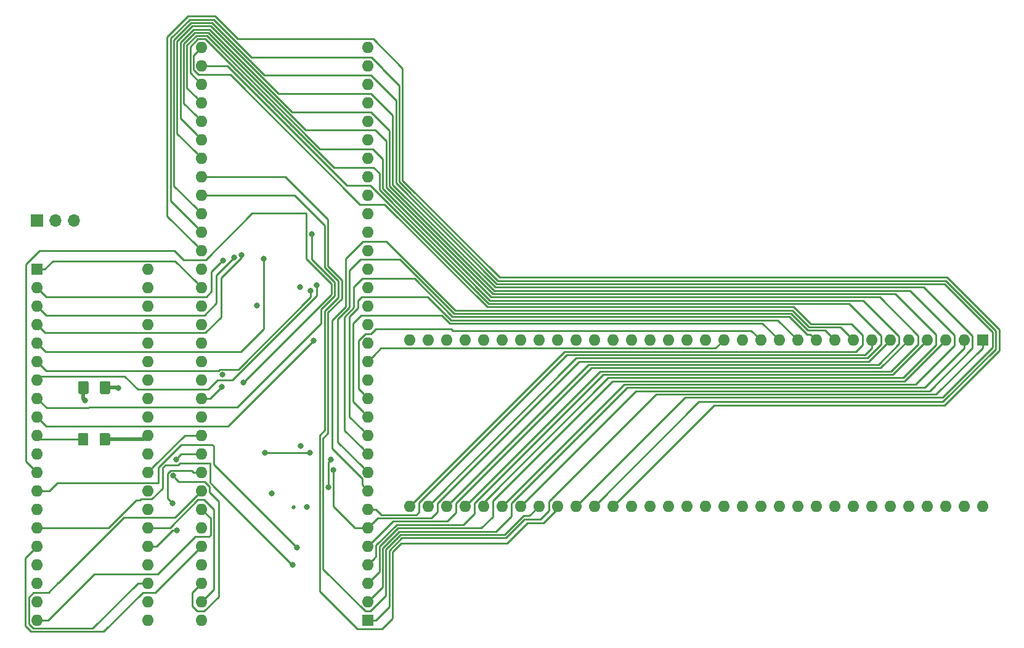
<source format=gtl>
G04 #@! TF.GenerationSoftware,KiCad,Pcbnew,(5.1.5)-3*
G04 #@! TF.CreationDate,2021-09-12T14:11:04+10:00*
G04 #@! TF.ProjectId,CDTV_Reromlocator_v3,43445456-5f52-4657-926f-6d6c6f636174,rev?*
G04 #@! TF.SameCoordinates,Original*
G04 #@! TF.FileFunction,Copper,L1,Top*
G04 #@! TF.FilePolarity,Positive*
%FSLAX46Y46*%
G04 Gerber Fmt 4.6, Leading zero omitted, Abs format (unit mm)*
G04 Created by KiCad (PCBNEW (5.1.5)-3) date 2021-09-12 14:11:04*
%MOMM*%
%LPD*%
G04 APERTURE LIST*
%ADD10R,1.600000X1.600000*%
%ADD11O,1.600000X1.600000*%
%ADD12C,0.100000*%
%ADD13R,1.700000X1.700000*%
%ADD14O,1.700000X1.700000*%
%ADD15C,0.800000*%
%ADD16C,0.500000*%
%ADD17C,0.250000*%
G04 APERTURE END LIST*
D10*
X52182000Y-104540000D03*
D11*
X67422000Y-152800000D03*
X52182000Y-107080000D03*
X67422000Y-150260000D03*
X52182000Y-109620000D03*
X67422000Y-147720000D03*
X52182000Y-112160000D03*
X67422000Y-145180000D03*
X52182000Y-114700000D03*
X67422000Y-142640000D03*
X52182000Y-117240000D03*
X67422000Y-140100000D03*
X52182000Y-119780000D03*
X67422000Y-137560000D03*
X52182000Y-122320000D03*
X67422000Y-135020000D03*
X52182000Y-124860000D03*
X67422000Y-132480000D03*
X52182000Y-127400000D03*
X67422000Y-129940000D03*
X52182000Y-129940000D03*
X67422000Y-127400000D03*
X52182000Y-132480000D03*
X67422000Y-124860000D03*
X52182000Y-135020000D03*
X67422000Y-122320000D03*
X52182000Y-137560000D03*
X67422000Y-119780000D03*
X52182000Y-140100000D03*
X67422000Y-117240000D03*
X52182000Y-142640000D03*
X67422000Y-114700000D03*
X52182000Y-145180000D03*
X67422000Y-112160000D03*
X52182000Y-147720000D03*
X67422000Y-109620000D03*
X52182000Y-150260000D03*
X67422000Y-107080000D03*
X52182000Y-152800000D03*
X67422000Y-104540000D03*
G04 #@! TA.AperFunction,SMDPad,CuDef*
D12*
G36*
X59055504Y-119956204D02*
G01*
X59079773Y-119959804D01*
X59103571Y-119965765D01*
X59126671Y-119974030D01*
X59148849Y-119984520D01*
X59169893Y-119997133D01*
X59189598Y-120011747D01*
X59207777Y-120028223D01*
X59224253Y-120046402D01*
X59238867Y-120066107D01*
X59251480Y-120087151D01*
X59261970Y-120109329D01*
X59270235Y-120132429D01*
X59276196Y-120156227D01*
X59279796Y-120180496D01*
X59281000Y-120205000D01*
X59281000Y-121455000D01*
X59279796Y-121479504D01*
X59276196Y-121503773D01*
X59270235Y-121527571D01*
X59261970Y-121550671D01*
X59251480Y-121572849D01*
X59238867Y-121593893D01*
X59224253Y-121613598D01*
X59207777Y-121631777D01*
X59189598Y-121648253D01*
X59169893Y-121662867D01*
X59148849Y-121675480D01*
X59126671Y-121685970D01*
X59103571Y-121694235D01*
X59079773Y-121700196D01*
X59055504Y-121703796D01*
X59031000Y-121705000D01*
X58106000Y-121705000D01*
X58081496Y-121703796D01*
X58057227Y-121700196D01*
X58033429Y-121694235D01*
X58010329Y-121685970D01*
X57988151Y-121675480D01*
X57967107Y-121662867D01*
X57947402Y-121648253D01*
X57929223Y-121631777D01*
X57912747Y-121613598D01*
X57898133Y-121593893D01*
X57885520Y-121572849D01*
X57875030Y-121550671D01*
X57866765Y-121527571D01*
X57860804Y-121503773D01*
X57857204Y-121479504D01*
X57856000Y-121455000D01*
X57856000Y-120205000D01*
X57857204Y-120180496D01*
X57860804Y-120156227D01*
X57866765Y-120132429D01*
X57875030Y-120109329D01*
X57885520Y-120087151D01*
X57898133Y-120066107D01*
X57912747Y-120046402D01*
X57929223Y-120028223D01*
X57947402Y-120011747D01*
X57967107Y-119997133D01*
X57988151Y-119984520D01*
X58010329Y-119974030D01*
X58033429Y-119965765D01*
X58057227Y-119959804D01*
X58081496Y-119956204D01*
X58106000Y-119955000D01*
X59031000Y-119955000D01*
X59055504Y-119956204D01*
G37*
G04 #@! TD.AperFunction*
G04 #@! TA.AperFunction,SMDPad,CuDef*
G36*
X62030504Y-119956204D02*
G01*
X62054773Y-119959804D01*
X62078571Y-119965765D01*
X62101671Y-119974030D01*
X62123849Y-119984520D01*
X62144893Y-119997133D01*
X62164598Y-120011747D01*
X62182777Y-120028223D01*
X62199253Y-120046402D01*
X62213867Y-120066107D01*
X62226480Y-120087151D01*
X62236970Y-120109329D01*
X62245235Y-120132429D01*
X62251196Y-120156227D01*
X62254796Y-120180496D01*
X62256000Y-120205000D01*
X62256000Y-121455000D01*
X62254796Y-121479504D01*
X62251196Y-121503773D01*
X62245235Y-121527571D01*
X62236970Y-121550671D01*
X62226480Y-121572849D01*
X62213867Y-121593893D01*
X62199253Y-121613598D01*
X62182777Y-121631777D01*
X62164598Y-121648253D01*
X62144893Y-121662867D01*
X62123849Y-121675480D01*
X62101671Y-121685970D01*
X62078571Y-121694235D01*
X62054773Y-121700196D01*
X62030504Y-121703796D01*
X62006000Y-121705000D01*
X61081000Y-121705000D01*
X61056496Y-121703796D01*
X61032227Y-121700196D01*
X61008429Y-121694235D01*
X60985329Y-121685970D01*
X60963151Y-121675480D01*
X60942107Y-121662867D01*
X60922402Y-121648253D01*
X60904223Y-121631777D01*
X60887747Y-121613598D01*
X60873133Y-121593893D01*
X60860520Y-121572849D01*
X60850030Y-121550671D01*
X60841765Y-121527571D01*
X60835804Y-121503773D01*
X60832204Y-121479504D01*
X60831000Y-121455000D01*
X60831000Y-120205000D01*
X60832204Y-120180496D01*
X60835804Y-120156227D01*
X60841765Y-120132429D01*
X60850030Y-120109329D01*
X60860520Y-120087151D01*
X60873133Y-120066107D01*
X60887747Y-120046402D01*
X60904223Y-120028223D01*
X60922402Y-120011747D01*
X60942107Y-119997133D01*
X60963151Y-119984520D01*
X60985329Y-119974030D01*
X61008429Y-119965765D01*
X61032227Y-119959804D01*
X61056496Y-119956204D01*
X61081000Y-119955000D01*
X62006000Y-119955000D01*
X62030504Y-119956204D01*
G37*
G04 #@! TD.AperFunction*
D10*
X97658000Y-152790000D03*
D11*
X74798000Y-74050000D03*
X97658000Y-150250000D03*
X74798000Y-76590000D03*
X97658000Y-147710000D03*
X74798000Y-79130000D03*
X97658000Y-145170000D03*
X74798000Y-81670000D03*
X97658000Y-142630000D03*
X74798000Y-84210000D03*
X97658000Y-140090000D03*
X74798000Y-86750000D03*
X97658000Y-137550000D03*
X74798000Y-89290000D03*
X97658000Y-135010000D03*
X74798000Y-91830000D03*
X97658000Y-132470000D03*
X74798000Y-94370000D03*
X97658000Y-129930000D03*
X74798000Y-96910000D03*
X97658000Y-127390000D03*
X74798000Y-99450000D03*
X97658000Y-124850000D03*
X74798000Y-101990000D03*
X97658000Y-122310000D03*
X74798000Y-104530000D03*
X97658000Y-119770000D03*
X74798000Y-107070000D03*
X97658000Y-117230000D03*
X74798000Y-109610000D03*
X97658000Y-114690000D03*
X74798000Y-112150000D03*
X97658000Y-112150000D03*
X74798000Y-114690000D03*
X97658000Y-109610000D03*
X74798000Y-117230000D03*
X97658000Y-107070000D03*
X74798000Y-119770000D03*
X97658000Y-104530000D03*
X74798000Y-122310000D03*
X97658000Y-101990000D03*
X74798000Y-124850000D03*
X97658000Y-99450000D03*
X74798000Y-127390000D03*
X97658000Y-96910000D03*
X74798000Y-129930000D03*
X97658000Y-94370000D03*
X74798000Y-132470000D03*
X97658000Y-91830000D03*
X74798000Y-135010000D03*
X97658000Y-89290000D03*
X74798000Y-137550000D03*
X97658000Y-86750000D03*
X74798000Y-140090000D03*
X97658000Y-84210000D03*
X74798000Y-142630000D03*
X97658000Y-81670000D03*
X74798000Y-145170000D03*
X97658000Y-79130000D03*
X74798000Y-147710000D03*
X97658000Y-76590000D03*
X74798000Y-150250000D03*
X97658000Y-74050000D03*
X74798000Y-152790000D03*
D13*
X52200000Y-97860000D03*
D14*
X54740000Y-97860000D03*
X57280000Y-97860000D03*
G04 #@! TA.AperFunction,SMDPad,CuDef*
D12*
G36*
X61997004Y-127056204D02*
G01*
X62021273Y-127059804D01*
X62045071Y-127065765D01*
X62068171Y-127074030D01*
X62090349Y-127084520D01*
X62111393Y-127097133D01*
X62131098Y-127111747D01*
X62149277Y-127128223D01*
X62165753Y-127146402D01*
X62180367Y-127166107D01*
X62192980Y-127187151D01*
X62203470Y-127209329D01*
X62211735Y-127232429D01*
X62217696Y-127256227D01*
X62221296Y-127280496D01*
X62222500Y-127305000D01*
X62222500Y-128555000D01*
X62221296Y-128579504D01*
X62217696Y-128603773D01*
X62211735Y-128627571D01*
X62203470Y-128650671D01*
X62192980Y-128672849D01*
X62180367Y-128693893D01*
X62165753Y-128713598D01*
X62149277Y-128731777D01*
X62131098Y-128748253D01*
X62111393Y-128762867D01*
X62090349Y-128775480D01*
X62068171Y-128785970D01*
X62045071Y-128794235D01*
X62021273Y-128800196D01*
X61997004Y-128803796D01*
X61972500Y-128805000D01*
X61047500Y-128805000D01*
X61022996Y-128803796D01*
X60998727Y-128800196D01*
X60974929Y-128794235D01*
X60951829Y-128785970D01*
X60929651Y-128775480D01*
X60908607Y-128762867D01*
X60888902Y-128748253D01*
X60870723Y-128731777D01*
X60854247Y-128713598D01*
X60839633Y-128693893D01*
X60827020Y-128672849D01*
X60816530Y-128650671D01*
X60808265Y-128627571D01*
X60802304Y-128603773D01*
X60798704Y-128579504D01*
X60797500Y-128555000D01*
X60797500Y-127305000D01*
X60798704Y-127280496D01*
X60802304Y-127256227D01*
X60808265Y-127232429D01*
X60816530Y-127209329D01*
X60827020Y-127187151D01*
X60839633Y-127166107D01*
X60854247Y-127146402D01*
X60870723Y-127128223D01*
X60888902Y-127111747D01*
X60908607Y-127097133D01*
X60929651Y-127084520D01*
X60951829Y-127074030D01*
X60974929Y-127065765D01*
X60998727Y-127059804D01*
X61022996Y-127056204D01*
X61047500Y-127055000D01*
X61972500Y-127055000D01*
X61997004Y-127056204D01*
G37*
G04 #@! TD.AperFunction*
G04 #@! TA.AperFunction,SMDPad,CuDef*
G36*
X59022004Y-127056204D02*
G01*
X59046273Y-127059804D01*
X59070071Y-127065765D01*
X59093171Y-127074030D01*
X59115349Y-127084520D01*
X59136393Y-127097133D01*
X59156098Y-127111747D01*
X59174277Y-127128223D01*
X59190753Y-127146402D01*
X59205367Y-127166107D01*
X59217980Y-127187151D01*
X59228470Y-127209329D01*
X59236735Y-127232429D01*
X59242696Y-127256227D01*
X59246296Y-127280496D01*
X59247500Y-127305000D01*
X59247500Y-128555000D01*
X59246296Y-128579504D01*
X59242696Y-128603773D01*
X59236735Y-128627571D01*
X59228470Y-128650671D01*
X59217980Y-128672849D01*
X59205367Y-128693893D01*
X59190753Y-128713598D01*
X59174277Y-128731777D01*
X59156098Y-128748253D01*
X59136393Y-128762867D01*
X59115349Y-128775480D01*
X59093171Y-128785970D01*
X59070071Y-128794235D01*
X59046273Y-128800196D01*
X59022004Y-128803796D01*
X58997500Y-128805000D01*
X58072500Y-128805000D01*
X58047996Y-128803796D01*
X58023727Y-128800196D01*
X57999929Y-128794235D01*
X57976829Y-128785970D01*
X57954651Y-128775480D01*
X57933607Y-128762867D01*
X57913902Y-128748253D01*
X57895723Y-128731777D01*
X57879247Y-128713598D01*
X57864633Y-128693893D01*
X57852020Y-128672849D01*
X57841530Y-128650671D01*
X57833265Y-128627571D01*
X57827304Y-128603773D01*
X57823704Y-128579504D01*
X57822500Y-128555000D01*
X57822500Y-127305000D01*
X57823704Y-127280496D01*
X57827304Y-127256227D01*
X57833265Y-127232429D01*
X57841530Y-127209329D01*
X57852020Y-127187151D01*
X57864633Y-127166107D01*
X57879247Y-127146402D01*
X57895723Y-127128223D01*
X57913902Y-127111747D01*
X57933607Y-127097133D01*
X57954651Y-127084520D01*
X57976829Y-127074030D01*
X57999929Y-127065765D01*
X58023727Y-127059804D01*
X58047996Y-127056204D01*
X58072500Y-127055000D01*
X58997500Y-127055000D01*
X59022004Y-127056204D01*
G37*
G04 #@! TD.AperFunction*
D10*
X182118000Y-114300000D03*
D11*
X103378000Y-137160000D03*
X179578000Y-114300000D03*
X105918000Y-137160000D03*
X177038000Y-114300000D03*
X108458000Y-137160000D03*
X174498000Y-114300000D03*
X110998000Y-137160000D03*
X171958000Y-114300000D03*
X113538000Y-137160000D03*
X169418000Y-114300000D03*
X116078000Y-137160000D03*
X166878000Y-114300000D03*
X118618000Y-137160000D03*
X164338000Y-114300000D03*
X121158000Y-137160000D03*
X161798000Y-114300000D03*
X123698000Y-137160000D03*
X159258000Y-114300000D03*
X126238000Y-137160000D03*
X156718000Y-114300000D03*
X128778000Y-137160000D03*
X154178000Y-114300000D03*
X131318000Y-137160000D03*
X151638000Y-114300000D03*
X133858000Y-137160000D03*
X149098000Y-114300000D03*
X136398000Y-137160000D03*
X146558000Y-114300000D03*
X138938000Y-137160000D03*
X144018000Y-114300000D03*
X141478000Y-137160000D03*
X141478000Y-114300000D03*
X144018000Y-137160000D03*
X138938000Y-114300000D03*
X146558000Y-137160000D03*
X136398000Y-114300000D03*
X149098000Y-137160000D03*
X133858000Y-114300000D03*
X151638000Y-137160000D03*
X131318000Y-114300000D03*
X154178000Y-137160000D03*
X128778000Y-114300000D03*
X156718000Y-137160000D03*
X126238000Y-114300000D03*
X159258000Y-137160000D03*
X123698000Y-114300000D03*
X161798000Y-137160000D03*
X121158000Y-114300000D03*
X164338000Y-137160000D03*
X118618000Y-114300000D03*
X166878000Y-137160000D03*
X116078000Y-114300000D03*
X169418000Y-137160000D03*
X113538000Y-114300000D03*
X171958000Y-137160000D03*
X110998000Y-114300000D03*
X174498000Y-137160000D03*
X108458000Y-114300000D03*
X177038000Y-137160000D03*
X105918000Y-114300000D03*
X179578000Y-137160000D03*
X103378000Y-114300000D03*
X182118000Y-137160000D03*
D15*
X58750000Y-122570000D03*
X84450000Y-135360000D03*
X88400000Y-128820000D03*
X82440000Y-109550000D03*
X88371218Y-107018110D03*
X63330000Y-120900000D03*
X89230000Y-137240000D03*
X77699659Y-119059989D03*
X83360002Y-103100000D03*
X80258702Y-102588702D03*
X79235496Y-102975496D03*
X87300000Y-145200000D03*
X77740000Y-103330000D03*
X87900000Y-142820000D03*
X92940000Y-132160000D03*
X92200000Y-134490000D03*
X92550000Y-130689998D03*
X83520000Y-129750000D03*
X89679977Y-129750000D03*
X77620000Y-120690000D03*
X71292515Y-130672216D03*
X70850000Y-136767340D03*
X71360000Y-140490000D03*
X90220000Y-114350000D03*
X89934990Y-99697784D03*
X70874152Y-132941167D03*
X90660000Y-106740000D03*
X89804990Y-107518706D03*
X80540010Y-120140000D03*
D16*
X58568500Y-122388500D02*
X58750000Y-122570000D01*
X58568500Y-120830000D02*
X58568500Y-122388500D01*
X66892000Y-127930000D02*
X67422000Y-127400000D01*
X61510000Y-127930000D02*
X66892000Y-127930000D01*
X61543500Y-120830000D02*
X63260000Y-120830000D01*
X63260000Y-120830000D02*
X63330000Y-120900000D01*
X87481000Y-137240000D02*
X87425000Y-137296000D01*
D17*
X182118000Y-115350000D02*
X182118000Y-114300000D01*
X122510000Y-137780000D02*
X122510000Y-136470000D01*
X121340000Y-138950000D02*
X122510000Y-137780000D01*
X98708000Y-152790000D02*
X100583045Y-150914955D01*
X97658000Y-152790000D02*
X98708000Y-152790000D01*
X116643598Y-141499991D02*
X119193589Y-138950000D01*
X175742845Y-121725155D02*
X182118000Y-115350000D01*
X102333599Y-141499991D02*
X116643598Y-141499991D01*
X122510000Y-136470000D02*
X137254845Y-121725155D01*
X100583045Y-150914955D02*
X100583045Y-143250544D01*
X119193589Y-138950000D02*
X121340000Y-138950000D01*
X100583045Y-143250544D02*
X102333599Y-141499991D01*
X137254845Y-121725155D02*
X175742845Y-121725155D01*
X103378000Y-137160000D02*
X124662991Y-115875009D01*
X124662991Y-115875009D02*
X164724991Y-115875009D01*
X164724991Y-115875009D02*
X165610000Y-114990000D01*
X165610000Y-114990000D02*
X165610000Y-113600000D01*
X165610000Y-113600000D02*
X164080088Y-112070088D01*
X164080088Y-112070088D02*
X158488800Y-112070088D01*
X158488800Y-112070088D02*
X156158811Y-109740099D01*
X156158811Y-109740099D02*
X114040099Y-109740099D01*
X114040099Y-109740099D02*
X99920000Y-95620000D01*
X99920000Y-95620000D02*
X96590000Y-95620000D01*
X96590000Y-95620000D02*
X78800000Y-77830000D01*
X78800000Y-77830000D02*
X74372998Y-77830000D01*
X74372998Y-77830000D02*
X73672999Y-77130001D01*
X73672999Y-77130001D02*
X73672999Y-75175001D01*
X73672999Y-75175001D02*
X73998001Y-74849999D01*
X73998001Y-74849999D02*
X74798000Y-74050000D01*
X53402000Y-115920000D02*
X80227190Y-115920000D01*
X83360002Y-103665685D02*
X83360002Y-103100000D01*
X83360002Y-112787188D02*
X83360002Y-103665685D01*
X80227190Y-115920000D02*
X83360002Y-112787188D01*
X52182000Y-114700000D02*
X53402000Y-115920000D01*
X99683023Y-142877744D02*
X99683023Y-148224977D01*
X101960799Y-140599969D02*
X99683023Y-142877744D01*
X115280031Y-140599969D02*
X101960799Y-140599969D01*
X179578000Y-115431370D02*
X174184237Y-120825133D01*
X99683023Y-148224977D02*
X98457999Y-149450001D01*
X133287865Y-120825133D02*
X117400000Y-136712998D01*
X98457999Y-149450001D02*
X97658000Y-150250000D01*
X117400000Y-138480000D02*
X115280031Y-140599969D01*
X174184237Y-120825133D02*
X133287865Y-120825133D01*
X179578000Y-114300000D02*
X179578000Y-115431370D01*
X117400000Y-136712998D02*
X117400000Y-138480000D01*
X105918000Y-137160000D02*
X126302966Y-116775034D01*
X126302966Y-116775034D02*
X166294966Y-116775034D01*
X166294966Y-116775034D02*
X168170000Y-114900000D01*
X168170000Y-114900000D02*
X168170000Y-113700000D01*
X168170000Y-113700000D02*
X163760088Y-109290088D01*
X163760088Y-109290088D02*
X114243090Y-109290088D01*
X114243090Y-109290088D02*
X98023002Y-93070000D01*
X98023002Y-93070000D02*
X94790000Y-93070000D01*
X94790000Y-93070000D02*
X78310000Y-76590000D01*
X78310000Y-76590000D02*
X75929370Y-76590000D01*
X75929370Y-76590000D02*
X74798000Y-76590000D01*
X80258702Y-102977610D02*
X80258702Y-102588702D01*
X52182000Y-112160000D02*
X53307001Y-113285001D01*
X53307001Y-113285001D02*
X75328001Y-113285001D01*
X75328001Y-113285001D02*
X77490000Y-111123002D01*
X77490000Y-111123002D02*
X77490000Y-105746312D01*
X77490000Y-105746312D02*
X80258702Y-102977610D01*
X177038000Y-114300000D02*
X171412889Y-119925111D01*
X131234889Y-119925111D02*
X114800000Y-136360000D01*
X114800000Y-138580000D02*
X113230042Y-140149958D01*
X114800000Y-136360000D02*
X114800000Y-138580000D01*
X171412889Y-119925111D02*
X131234889Y-119925111D01*
X98457999Y-146910001D02*
X97658000Y-147710000D01*
X99233012Y-146134988D02*
X98457999Y-146910001D01*
X99233012Y-142691344D02*
X99233012Y-146134988D01*
X101774399Y-140149958D02*
X99233012Y-142691344D01*
X113230042Y-140149958D02*
X101774399Y-140149958D01*
X78835497Y-103375495D02*
X79235496Y-102975496D01*
X53422000Y-110860000D02*
X75213001Y-110860000D01*
X52182000Y-109620000D02*
X53422000Y-110860000D01*
X76840000Y-109233001D02*
X76840000Y-105370992D01*
X75213001Y-110860000D02*
X76840000Y-109233001D01*
X76840000Y-105370992D02*
X78835497Y-103375495D01*
X73222989Y-73960009D02*
X73222989Y-77554989D01*
X74257999Y-72924999D02*
X73222989Y-73960009D01*
X75338001Y-72924999D02*
X74257999Y-72924999D01*
X170660000Y-113750000D02*
X165750077Y-108840077D01*
X127942944Y-117675056D02*
X167804944Y-117675056D01*
X73222989Y-77554989D02*
X74798000Y-79130000D01*
X170660000Y-114820000D02*
X170660000Y-113750000D01*
X108458000Y-137160000D02*
X127942944Y-117675056D01*
X167804944Y-117675056D02*
X170660000Y-114820000D01*
X99259929Y-91359929D02*
X98450000Y-90550000D01*
X165750077Y-108840077D02*
X114429490Y-108840077D01*
X114429490Y-108840077D02*
X99259929Y-93670516D01*
X99259929Y-93670516D02*
X99259929Y-91359929D01*
X92963002Y-90550000D02*
X75338001Y-72924999D01*
X98450000Y-90550000D02*
X92963002Y-90550000D01*
X67962001Y-136145001D02*
X69414999Y-134692003D01*
X71800000Y-131190000D02*
X75990000Y-131190000D01*
X69414999Y-134692003D02*
X69414999Y-131861999D01*
X71535001Y-131454999D02*
X71800000Y-131190000D01*
X66320000Y-136280000D02*
X66454999Y-136145001D01*
X62033590Y-140100000D02*
X65853590Y-136280000D01*
X69821999Y-131454999D02*
X71535001Y-131454999D01*
X76373012Y-134323012D02*
X87250000Y-145200000D01*
X65853590Y-136280000D02*
X66320000Y-136280000D01*
X52182000Y-140100000D02*
X62033590Y-140100000D01*
X69414999Y-131861999D02*
X69821999Y-131454999D01*
X75990000Y-133900588D02*
X76373012Y-134283599D01*
X87250000Y-145200000D02*
X87300000Y-145200000D01*
X75990000Y-131190000D02*
X75990000Y-133900588D01*
X66454999Y-136145001D02*
X67962001Y-136145001D01*
X76373012Y-134283599D02*
X76373012Y-134323012D01*
X98457999Y-144370001D02*
X97658000Y-145170000D01*
X98783001Y-144044999D02*
X98457999Y-144370001D01*
X174498000Y-114300000D02*
X169772911Y-119025089D01*
X98783001Y-142504944D02*
X98783001Y-144044999D01*
X101637990Y-139649956D02*
X98783001Y-142504944D01*
X110800044Y-139649956D02*
X101637990Y-139649956D01*
X112300000Y-138150000D02*
X110800044Y-139649956D01*
X112300000Y-136732998D02*
X112300000Y-138150000D01*
X130007909Y-119025089D02*
X112300000Y-136732998D01*
X169772911Y-119025089D02*
X130007909Y-119025089D01*
X53422000Y-108320000D02*
X75480000Y-108320000D01*
X52182000Y-107080000D02*
X53422000Y-108320000D01*
X77340001Y-103729999D02*
X77740000Y-103330000D01*
X76180000Y-104890000D02*
X77340001Y-103729999D01*
X75480000Y-108320000D02*
X76180000Y-107620000D01*
X76180000Y-107620000D02*
X76180000Y-104890000D01*
X73998001Y-80870001D02*
X74798000Y-81670000D01*
X72772978Y-79644978D02*
X73998001Y-80870001D01*
X72772978Y-73773609D02*
X72772978Y-79644978D01*
X74071599Y-72474988D02*
X72772978Y-73773609D01*
X75524401Y-72474988D02*
X74071599Y-72474988D01*
X169564922Y-118575078D02*
X173270000Y-114870000D01*
X173270000Y-114870000D02*
X173270000Y-113670000D01*
X114615890Y-108390066D02*
X99709940Y-93484116D01*
X110998000Y-137160000D02*
X129582922Y-118575078D01*
X99709940Y-93484116D02*
X99709940Y-89389940D01*
X129582922Y-118575078D02*
X169564922Y-118575078D01*
X167990066Y-108390066D02*
X114615890Y-108390066D01*
X99709940Y-89389940D02*
X98343365Y-88023365D01*
X173270000Y-113670000D02*
X167990066Y-108390066D01*
X98343365Y-88023365D02*
X91072780Y-88023365D01*
X91072780Y-88023365D02*
X75524401Y-72474988D01*
X101088055Y-139199945D02*
X98457999Y-141830001D01*
X98457999Y-141830001D02*
X97658000Y-142630000D01*
X108540055Y-139199945D02*
X101088055Y-139199945D01*
X109760000Y-137980000D02*
X108540055Y-139199945D01*
X109760000Y-136732998D02*
X109760000Y-137980000D01*
X128367931Y-118125067D02*
X109760000Y-136732998D01*
X168132933Y-118125067D02*
X128367931Y-118125067D01*
X171958000Y-114300000D02*
X168132933Y-118125067D01*
X55015001Y-133894999D02*
X53890000Y-135020000D01*
X68821999Y-133894999D02*
X55015001Y-133894999D01*
X68821999Y-131818588D02*
X68821999Y-133894999D01*
X76490000Y-131410000D02*
X76490000Y-128890000D01*
X76490000Y-128890000D02*
X76240000Y-128640000D01*
X53890000Y-135020000D02*
X52182000Y-135020000D01*
X87900000Y-142820000D02*
X76490000Y-131410000D01*
X76240000Y-128640000D02*
X72000587Y-128640000D01*
X72000587Y-128640000D02*
X68821999Y-131818588D01*
X73998001Y-83410001D02*
X74798000Y-84210000D01*
X72322967Y-81734967D02*
X73998001Y-83410001D01*
X72322967Y-73587209D02*
X72322967Y-81734967D01*
X73885199Y-72024977D02*
X72322967Y-73587209D01*
X75710801Y-72024977D02*
X73885199Y-72024977D01*
X89125824Y-85440000D02*
X75710801Y-72024977D01*
X175710000Y-114991589D02*
X175710000Y-113550000D01*
X171226489Y-119475100D02*
X175710000Y-114991589D01*
X113538000Y-137160000D02*
X113538000Y-136642000D01*
X114802290Y-107940055D02*
X100159951Y-93297716D01*
X175710000Y-113550000D02*
X170100055Y-107940055D01*
X170100055Y-107940055D02*
X114802290Y-107940055D01*
X113538000Y-136642000D02*
X130704900Y-119475100D01*
X100159951Y-93297716D02*
X100159951Y-86899951D01*
X130704900Y-119475100D02*
X171226489Y-119475100D01*
X100159951Y-86899951D02*
X98700000Y-85440000D01*
X98700000Y-85440000D02*
X89125824Y-85440000D01*
X92940000Y-137140000D02*
X95890000Y-140090000D01*
X92940000Y-132160000D02*
X92940000Y-137140000D01*
X95890000Y-140090000D02*
X97658000Y-140090000D01*
X169418000Y-114300000D02*
X166492955Y-117225045D01*
X166492955Y-117225045D02*
X126727953Y-117225045D01*
X126727953Y-117225045D02*
X107220000Y-136732998D01*
X107220000Y-136732998D02*
X107220000Y-137880000D01*
X98998066Y-138749934D02*
X98457999Y-139290001D01*
X98457999Y-139290001D02*
X97658000Y-140090000D01*
X107220000Y-137880000D02*
X106350066Y-138749934D01*
X106350066Y-138749934D02*
X98998066Y-138749934D01*
X100609962Y-93111316D02*
X100609962Y-85496960D01*
X87262235Y-82940000D02*
X75897201Y-71574966D01*
X172130044Y-107490044D02*
X114988690Y-107490044D01*
X73998001Y-85950001D02*
X74798000Y-86750000D01*
X100609962Y-85496960D02*
X98053002Y-82940000D01*
X98053002Y-82940000D02*
X87262235Y-82940000D01*
X73698799Y-71574966D02*
X71872956Y-73400809D01*
X75897201Y-71574966D02*
X73698799Y-71574966D01*
X114988690Y-107490044D02*
X100609962Y-93111316D01*
X178270000Y-115040000D02*
X178270000Y-113630000D01*
X71872956Y-73400809D02*
X71872956Y-83824956D01*
X71872956Y-83824956D02*
X73998001Y-85950001D01*
X172934878Y-120375122D02*
X178270000Y-115040000D01*
X178270000Y-113630000D02*
X172130044Y-107490044D01*
X132862878Y-120375122D02*
X172934878Y-120375122D01*
X116078000Y-137160000D02*
X132862878Y-120375122D01*
X98789370Y-137550000D02*
X97658000Y-137550000D01*
X99539293Y-138299923D02*
X98789370Y-137550000D01*
X166878000Y-115431370D02*
X165984350Y-116325020D01*
X104300077Y-138299923D02*
X99539293Y-138299923D01*
X104680000Y-137920000D02*
X104300077Y-138299923D01*
X166878000Y-114300000D02*
X166878000Y-115431370D01*
X165984350Y-116325020D02*
X124964980Y-116325020D01*
X124964980Y-116325020D02*
X104680000Y-136610000D01*
X104680000Y-136610000D02*
X104680000Y-137920000D01*
X73998001Y-88490001D02*
X74798000Y-89290000D01*
X71422945Y-85914945D02*
X73998001Y-88490001D01*
X71422945Y-73214409D02*
X71422945Y-85914945D01*
X73512399Y-71124955D02*
X71422945Y-73214409D01*
X76083601Y-71124955D02*
X73512399Y-71124955D01*
X180703001Y-115425001D02*
X180703001Y-113695821D01*
X118618000Y-137160000D02*
X134502856Y-121275144D01*
X174852858Y-121275144D02*
X180703001Y-115425001D01*
X180703001Y-113695821D02*
X174047213Y-107040033D01*
X134502856Y-121275144D02*
X174852858Y-121275144D01*
X174047213Y-107040033D02*
X115175090Y-107040033D01*
X98083002Y-80430000D02*
X85388646Y-80430000D01*
X101059973Y-92924916D02*
X101059973Y-83406971D01*
X115175090Y-107040033D02*
X101059973Y-92924916D01*
X101059973Y-83406971D02*
X98083002Y-80430000D01*
X85388646Y-80430000D02*
X76083601Y-71124955D01*
X97658000Y-135010000D02*
X97658000Y-134832000D01*
X96858001Y-134210001D02*
X97658000Y-135010000D01*
X96858001Y-133364999D02*
X96858001Y-134210001D01*
X92705024Y-129212022D02*
X96858001Y-133364999D01*
X158302399Y-112520098D02*
X155972411Y-110190110D01*
X164338000Y-114300000D02*
X162558099Y-112520099D01*
X155972411Y-110190110D02*
X109656000Y-110190110D01*
X162558099Y-112520099D02*
X158302399Y-112520098D01*
X94600000Y-103080000D02*
X94600000Y-109688648D01*
X100165890Y-100700000D02*
X96980000Y-100700000D01*
X92705024Y-111583624D02*
X92705024Y-129212022D01*
X96980000Y-100700000D02*
X94600000Y-103080000D01*
X109656000Y-110190110D02*
X100165890Y-100700000D01*
X94600000Y-109688648D02*
X92705024Y-111583624D01*
X75929370Y-91830000D02*
X74798000Y-91830000D01*
X86310000Y-91830000D02*
X75929370Y-91830000D01*
X92170037Y-104147800D02*
X92170037Y-97690037D01*
X94080000Y-106057763D02*
X92170037Y-104147800D01*
X94080000Y-108592237D02*
X94080000Y-106057763D01*
X92170037Y-127109963D02*
X92170037Y-110502200D01*
X92170037Y-97690037D02*
X86310000Y-91830000D01*
X91474998Y-127805002D02*
X92170037Y-127109963D01*
X102147199Y-141049980D02*
X100133034Y-143064144D01*
X92170037Y-110502200D02*
X94080000Y-108592237D01*
X119057179Y-138450000D02*
X116457199Y-141049980D01*
X116457199Y-141049980D02*
X102147199Y-141049980D01*
X100133034Y-143064144D02*
X100133034Y-149439968D01*
X100133034Y-149439968D02*
X98023002Y-151550000D01*
X91500011Y-134863015D02*
X91474998Y-134838002D01*
X121158000Y-137160000D02*
X119868000Y-138450000D01*
X119868000Y-138450000D02*
X119057179Y-138450000D01*
X91474998Y-134838002D02*
X91474998Y-127805002D01*
X98023002Y-151550000D02*
X97292998Y-151550000D01*
X91500011Y-145757013D02*
X91500011Y-134863015D01*
X97292998Y-151550000D02*
X91500011Y-145757013D01*
X96858001Y-131670001D02*
X97658000Y-132470000D01*
X109469603Y-110640121D02*
X102059482Y-103230000D01*
X155786011Y-110640121D02*
X109469603Y-110640121D01*
X160468110Y-112970110D02*
X158116000Y-112970110D01*
X93500000Y-111425058D02*
X93500000Y-128312000D01*
X161798000Y-114300000D02*
X160468110Y-112970110D01*
X102059482Y-103230000D02*
X96620000Y-103230000D01*
X96620000Y-103230000D02*
X95140000Y-104710000D01*
X158116000Y-112970110D02*
X155786011Y-110640121D01*
X95140000Y-104710000D02*
X95140000Y-109785058D01*
X95140000Y-109785058D02*
X93500000Y-111425058D01*
X93500000Y-128312000D02*
X96858001Y-131670001D01*
X87556410Y-94370000D02*
X75929370Y-94370000D01*
X93565024Y-106179198D02*
X91720026Y-104334200D01*
X93565024Y-108470802D02*
X93565024Y-106179198D01*
X91720026Y-104334200D02*
X91720026Y-98533616D01*
X91720026Y-110315800D02*
X93565024Y-108470802D01*
X91024987Y-127382061D02*
X91720026Y-126687022D01*
X91024987Y-135024402D02*
X91024987Y-127382061D01*
X75929370Y-94370000D02*
X74798000Y-94370000D01*
X91050000Y-135049415D02*
X91024987Y-135024402D01*
X116770010Y-142209990D02*
X102260010Y-142209990D01*
X123698000Y-137160000D02*
X123698000Y-137472000D01*
X91720026Y-126687022D02*
X91720026Y-110315800D01*
X121770000Y-139400000D02*
X119580000Y-139400000D01*
X119580000Y-139400000D02*
X116770010Y-142209990D01*
X123698000Y-137472000D02*
X121770000Y-139400000D01*
X99570000Y-154010000D02*
X96250000Y-154010000D01*
X102260010Y-142209990D02*
X101033056Y-143436944D01*
X101033056Y-152546944D02*
X99570000Y-154010000D01*
X96250000Y-154010000D02*
X91050000Y-148810000D01*
X91720026Y-98533616D02*
X87556410Y-94370000D01*
X101033056Y-143436944D02*
X101033056Y-152546944D01*
X91050000Y-148810000D02*
X91050000Y-135049415D01*
X96858001Y-129130001D02*
X97658000Y-129930000D01*
X109283204Y-111090132D02*
X104053072Y-105860000D01*
X155599612Y-111090132D02*
X109283204Y-111090132D01*
X158009482Y-113500001D02*
X155599612Y-111090132D01*
X94430000Y-111131468D02*
X94430000Y-126702000D01*
X159258000Y-114300000D02*
X158458001Y-113500001D01*
X158458001Y-113500001D02*
X158009482Y-113500001D01*
X104053072Y-105860000D02*
X96900000Y-105860000D01*
X96900000Y-105860000D02*
X95720000Y-107040000D01*
X95720000Y-107040000D02*
X95720000Y-109841468D01*
X95720000Y-109841468D02*
X94430000Y-111131468D01*
X94430000Y-126702000D02*
X96858001Y-129130001D01*
X73998001Y-96110001D02*
X74798000Y-96910000D01*
X70972934Y-93084934D02*
X73998001Y-96110001D01*
X70972934Y-73028009D02*
X70972934Y-93084934D01*
X73325999Y-70674944D02*
X70972934Y-73028009D01*
X76270001Y-70674944D02*
X73325999Y-70674944D01*
X183490000Y-115340000D02*
X183490000Y-113200000D01*
X101509984Y-92738516D02*
X101509984Y-81316982D01*
X176654834Y-122175166D02*
X183490000Y-115340000D01*
X126238000Y-137160000D02*
X141222834Y-122175166D01*
X183490000Y-113200000D02*
X176880022Y-106590022D01*
X98043002Y-77850000D02*
X83445057Y-77850000D01*
X141222834Y-122175166D02*
X176654834Y-122175166D01*
X176880022Y-106590022D02*
X115361490Y-106590022D01*
X115361490Y-106590022D02*
X101509984Y-92738516D01*
X101509984Y-81316982D02*
X98043002Y-77850000D01*
X83445057Y-77850000D02*
X76270001Y-70674944D01*
X96858001Y-126590001D02*
X97658000Y-127390000D01*
X95130000Y-111067880D02*
X95130000Y-124862000D01*
X96300000Y-109897880D02*
X95130000Y-111067880D01*
X95130000Y-124862000D02*
X96858001Y-126590001D01*
X153958143Y-111540143D02*
X109096800Y-111540143D01*
X156718000Y-114300000D02*
X153958143Y-111540143D01*
X96300000Y-108870000D02*
X96300000Y-109897880D01*
X109096800Y-111540143D02*
X105896657Y-108340000D01*
X96830000Y-108340000D02*
X96300000Y-108870000D01*
X105896657Y-108340000D02*
X96830000Y-108340000D01*
X73998001Y-98650001D02*
X74798000Y-99450000D01*
X70522923Y-72841609D02*
X70522923Y-95174923D01*
X73139599Y-70224933D02*
X70522923Y-72841609D01*
X76456401Y-70224933D02*
X73139599Y-70224933D01*
X81631468Y-75400000D02*
X76456401Y-70224933D01*
X98133002Y-75400000D02*
X81631468Y-75400000D01*
X183940011Y-113013600D02*
X177066422Y-106140011D01*
X176676431Y-122789980D02*
X183940011Y-115526400D01*
X128778000Y-137160000D02*
X143148020Y-122789980D01*
X143148020Y-122789980D02*
X176676431Y-122789980D01*
X101959995Y-92552116D02*
X101959995Y-79329995D01*
X101959995Y-79329995D02*
X99683023Y-77053023D01*
X70522923Y-95174923D02*
X73998001Y-98650001D01*
X115547890Y-106140011D02*
X101959995Y-92552116D01*
X183940011Y-115526400D02*
X183940011Y-113013600D01*
X177066422Y-106140011D02*
X115547890Y-106140011D01*
X99683023Y-77053023D02*
X99683023Y-76950021D01*
X99683023Y-76950021D02*
X98133002Y-75400000D01*
X96858001Y-124050001D02*
X97658000Y-124850000D01*
X95580011Y-122772011D02*
X96858001Y-124050001D01*
X95580011Y-111989989D02*
X95580011Y-122772011D01*
X154178000Y-114300000D02*
X151868152Y-111990152D01*
X151868152Y-111990152D02*
X108910398Y-111990152D01*
X108910398Y-111990152D02*
X107780246Y-110860000D01*
X107780246Y-110860000D02*
X96710000Y-110860000D01*
X96710000Y-110860000D02*
X95580011Y-111989989D01*
X70072912Y-72607088D02*
X70072912Y-97264912D01*
X73998001Y-101190001D02*
X74798000Y-101990000D01*
X72820000Y-69860000D02*
X70072912Y-72607088D01*
X72953199Y-69774922D02*
X72868121Y-69860000D01*
X76642801Y-69774922D02*
X72953199Y-69774922D01*
X70072912Y-97264912D02*
X73998001Y-101190001D01*
X79747879Y-72880000D02*
X76642801Y-69774922D01*
X184390022Y-112827200D02*
X177252822Y-105690000D01*
X184390022Y-115712800D02*
X184390022Y-112827200D01*
X98380000Y-72880000D02*
X79747879Y-72880000D01*
X131318000Y-137160000D02*
X145238009Y-123239991D01*
X145238009Y-123239991D02*
X176862831Y-123239991D01*
X177252822Y-105690000D02*
X115734290Y-105690000D01*
X176862831Y-123239991D02*
X184390022Y-115712800D01*
X115734290Y-105690000D02*
X102410006Y-92365716D01*
X102410000Y-84060000D02*
X102410000Y-76910000D01*
X72868121Y-69860000D02*
X72820000Y-69860000D01*
X102410006Y-92365716D02*
X102410006Y-84060006D01*
X102410006Y-84060006D02*
X102410000Y-84060000D01*
X102410000Y-76910000D02*
X98380000Y-72880000D01*
X96340000Y-120992000D02*
X96858001Y-121510001D01*
X96340000Y-114342998D02*
X96340000Y-120992000D01*
X98073002Y-113400000D02*
X97282998Y-113400000D01*
X97282998Y-113400000D02*
X96340000Y-114342998D01*
X150328143Y-112990143D02*
X109366800Y-112990143D01*
X151638000Y-114300000D02*
X150328143Y-112990143D01*
X109366800Y-112990143D02*
X109101646Y-112724988D01*
X109101646Y-112724988D02*
X98748014Y-112724988D01*
X96858001Y-121510001D02*
X97658000Y-122310000D01*
X98748014Y-112724988D02*
X98073002Y-113400000D01*
X71142999Y-103414999D02*
X73998001Y-106270001D01*
X53232000Y-104540000D02*
X54357001Y-103414999D01*
X73998001Y-106270001D02*
X74798000Y-107070000D01*
X54357001Y-103414999D02*
X71142999Y-103414999D01*
X52182000Y-104540000D02*
X53232000Y-104540000D01*
X146558000Y-114300000D02*
X145432999Y-115425001D01*
X145432999Y-115425001D02*
X99462999Y-115425001D01*
X99462999Y-115425001D02*
X98457999Y-116430001D01*
X98457999Y-116430001D02*
X97658000Y-117230000D01*
X92200000Y-131039998D02*
X92550000Y-130689998D01*
X92200000Y-134490000D02*
X92200000Y-131039998D01*
X83520000Y-129750000D02*
X89679977Y-129750000D01*
X76000000Y-122310000D02*
X74798000Y-122310000D01*
X77620000Y-120690000D02*
X76000000Y-122310000D01*
X74798000Y-127390000D02*
X72512000Y-127390000D01*
X68221999Y-131680001D02*
X67422000Y-132480000D01*
X72512000Y-127390000D02*
X68221999Y-131680001D01*
X72034731Y-129930000D02*
X71692514Y-130272217D01*
X71692514Y-130272217D02*
X71292515Y-130672216D01*
X74798000Y-129930000D02*
X72034731Y-129930000D01*
X70120001Y-132669999D02*
X70120001Y-136037341D01*
X70120001Y-136037341D02*
X70450001Y-136367341D01*
X73666630Y-132470000D02*
X73406630Y-132210000D01*
X70450001Y-136367341D02*
X70850000Y-136767340D01*
X74798000Y-132470000D02*
X73666630Y-132470000D01*
X70580000Y-132210000D02*
X70120001Y-132669999D01*
X73406630Y-132210000D02*
X70580000Y-132210000D01*
X68644315Y-142640000D02*
X68553370Y-142640000D01*
X68553370Y-142640000D02*
X67422000Y-142640000D01*
X70794315Y-140490000D02*
X68644315Y-142640000D01*
X71360000Y-140490000D02*
X70794315Y-140490000D01*
X73998001Y-135809999D02*
X74798000Y-135010000D01*
X71122999Y-138685001D02*
X73998001Y-135809999D01*
X51056999Y-153340001D02*
X51056999Y-149653001D01*
X51641999Y-153925001D02*
X51056999Y-153340001D01*
X59828588Y-153925001D02*
X51641999Y-153925001D01*
X67422000Y-147720000D02*
X66033589Y-147720000D01*
X66033589Y-147720000D02*
X59828588Y-153925001D01*
X53760000Y-149000000D02*
X55100000Y-147660000D01*
X51056999Y-149653001D02*
X51710000Y-149000000D01*
X64084999Y-138685001D02*
X71122999Y-138685001D01*
X51710000Y-149000000D02*
X53760000Y-149000000D01*
X55100000Y-147660000D02*
X55110000Y-147660000D01*
X55110000Y-147660000D02*
X64084999Y-138685001D01*
X76030000Y-138782000D02*
X74798000Y-137550000D01*
X75810000Y-141310000D02*
X76030000Y-141090000D01*
X76030000Y-141090000D02*
X76030000Y-138782000D01*
X53693409Y-152800000D02*
X60063409Y-146430000D01*
X60063409Y-146430000D02*
X68800000Y-146430000D01*
X52182000Y-152800000D02*
X53693409Y-152800000D01*
X68800000Y-146430000D02*
X73920000Y-141310000D01*
X73920000Y-141310000D02*
X75810000Y-141310000D01*
X66740000Y-148960000D02*
X68468000Y-148960000D01*
X50580000Y-144242000D02*
X50580000Y-153610000D01*
X52182000Y-142640000D02*
X50580000Y-144242000D01*
X61324988Y-154375012D02*
X66740000Y-148960000D01*
X50580000Y-153610000D02*
X51345012Y-154375012D01*
X68468000Y-148960000D02*
X74798000Y-142630000D01*
X51345012Y-154375012D02*
X61324988Y-154375012D01*
X78450000Y-126120000D02*
X90220000Y-114350000D01*
X52182000Y-124860000D02*
X53442000Y-126120000D01*
X53442000Y-126120000D02*
X78450000Y-126120000D01*
X89934990Y-100263469D02*
X89934990Y-99697784D01*
X89934990Y-103185575D02*
X89934990Y-100263469D01*
X93115013Y-106365598D02*
X89934990Y-103185575D01*
X93115013Y-108224402D02*
X93115013Y-106365598D01*
X91253759Y-111976241D02*
X91253759Y-110085656D01*
X53497001Y-123635001D02*
X59248001Y-123635001D01*
X52182000Y-122320000D02*
X53497001Y-123635001D01*
X59353002Y-123530000D02*
X79700000Y-123530000D01*
X91253759Y-110085656D02*
X93115013Y-108224402D01*
X59248001Y-123635001D02*
X59353002Y-123530000D01*
X79700000Y-123530000D02*
X91253759Y-111976241D01*
X71274151Y-133341166D02*
X70874152Y-132941167D01*
X75153002Y-151560000D02*
X77130022Y-149582980D01*
X74798000Y-147710000D02*
X73500000Y-149008000D01*
X73500000Y-150870000D02*
X74190000Y-151560000D01*
X73500000Y-149008000D02*
X73500000Y-150870000D01*
X77130022Y-149582980D02*
X77130022Y-136440022D01*
X77130022Y-136440022D02*
X75923001Y-135233001D01*
X74190000Y-151560000D02*
X75153002Y-151560000D01*
X75923001Y-135233001D02*
X75923001Y-134469999D01*
X75173002Y-133720000D02*
X71652985Y-133720000D01*
X75923001Y-134469999D02*
X75173002Y-133720000D01*
X71652985Y-133720000D02*
X71274151Y-133341166D01*
X79048602Y-119784999D02*
X90660000Y-108173601D01*
X90660000Y-107305685D02*
X90660000Y-106740000D01*
X52712000Y-119250000D02*
X64240000Y-119250000D01*
X90660000Y-108173601D02*
X90660000Y-107305685D01*
X76985001Y-119784999D02*
X79048602Y-119784999D01*
X52182000Y-119780000D02*
X52712000Y-119250000D01*
X64240000Y-119250000D02*
X66040000Y-121050000D01*
X66040000Y-121050000D02*
X75720000Y-121050000D01*
X75720000Y-121050000D02*
X76985001Y-119784999D01*
X70430000Y-140100000D02*
X68553370Y-140100000D01*
X74798000Y-150250000D02*
X76480011Y-148567989D01*
X68553370Y-140100000D02*
X67422000Y-140100000D01*
X76480011Y-148567989D02*
X76480011Y-137567009D01*
X76480011Y-137567009D02*
X75153002Y-136240000D01*
X75153002Y-136240000D02*
X74290000Y-136240000D01*
X74290000Y-136240000D02*
X70430000Y-140100000D01*
X89804990Y-108392200D02*
X89804990Y-108084391D01*
X79862202Y-118334988D02*
X89804990Y-108392200D01*
X77351658Y-118334988D02*
X79862202Y-118334988D01*
X77186646Y-118500000D02*
X77351658Y-118334988D01*
X53442000Y-118500000D02*
X77186646Y-118500000D01*
X89804990Y-108084391D02*
X89804990Y-107518706D01*
X52182000Y-117240000D02*
X53442000Y-118500000D01*
X50660000Y-130958000D02*
X52182000Y-132480000D01*
X89209976Y-96880000D02*
X81770000Y-96880000D01*
X92665002Y-106551998D02*
X89209976Y-103096972D01*
X81770000Y-96880000D02*
X75380000Y-103270000D01*
X89209976Y-103096972D02*
X89209976Y-96880000D01*
X75380000Y-103270000D02*
X72360000Y-103270000D01*
X92665002Y-108015008D02*
X92665002Y-106551998D01*
X72360000Y-103270000D02*
X71090000Y-102000000D01*
X80540010Y-120140000D02*
X92665002Y-108015008D01*
X71090000Y-102000000D02*
X52536998Y-102000000D01*
X50660000Y-103876998D02*
X50660000Y-130958000D01*
X52536998Y-102000000D02*
X50660000Y-103876998D01*
X56040000Y-127930000D02*
X58535000Y-127930000D01*
X52182000Y-127400000D02*
X52712000Y-127930000D01*
X52712000Y-127930000D02*
X56040000Y-127930000D01*
M02*

</source>
